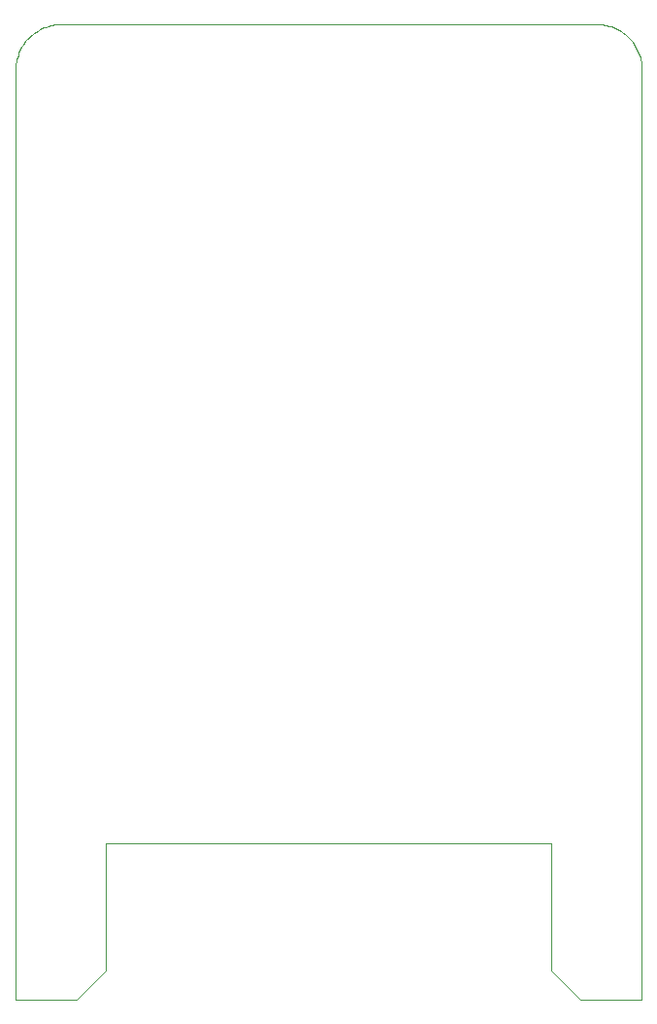
<source format=gbo>
G75*
%MOIN*%
%OFA0B0*%
%FSLAX24Y24*%
%IPPOS*%
%LPD*%
%AMOC8*
5,1,8,0,0,1.08239X$1,22.5*
%
%ADD10C,0.0000*%
D10*
X000135Y000200D02*
X002235Y000200D01*
X003235Y001200D01*
X003235Y005570D01*
X018535Y005570D01*
X018535Y001200D01*
X019535Y000200D01*
X021635Y000200D01*
X021635Y032070D01*
X021636Y032146D01*
X021632Y032222D01*
X021625Y032297D01*
X021614Y032372D01*
X021600Y032447D01*
X021582Y032521D01*
X021560Y032593D01*
X021535Y032665D01*
X021506Y032735D01*
X021474Y032804D01*
X021439Y032871D01*
X021400Y032936D01*
X021358Y032999D01*
X021313Y033061D01*
X021265Y033119D01*
X021215Y033176D01*
X021161Y033230D01*
X021105Y033281D01*
X021047Y033329D01*
X020986Y033375D01*
X020923Y033417D01*
X020858Y033457D01*
X020791Y033493D01*
X020723Y033525D01*
X020653Y033555D01*
X020582Y033581D01*
X020509Y033603D01*
X020436Y033622D01*
X020361Y033637D01*
X020286Y033648D01*
X020211Y033656D01*
X020135Y033660D01*
X001635Y033660D01*
X001557Y033656D01*
X001479Y033648D01*
X001402Y033636D01*
X001325Y033620D01*
X001249Y033600D01*
X001174Y033576D01*
X001101Y033549D01*
X001029Y033517D01*
X000959Y033483D01*
X000891Y033444D01*
X000824Y033403D01*
X000760Y033358D01*
X000698Y033309D01*
X000639Y033258D01*
X000583Y033204D01*
X000529Y033147D01*
X000478Y033087D01*
X000430Y033025D01*
X000386Y032961D01*
X000345Y032894D01*
X000307Y032826D01*
X000273Y032755D01*
X000242Y032683D01*
X000215Y032609D01*
X000192Y032535D01*
X000173Y032459D01*
X000157Y032382D01*
X000146Y032305D01*
X000138Y032227D01*
X000134Y032148D01*
X000135Y032070D01*
X000135Y000200D01*
M02*

</source>
